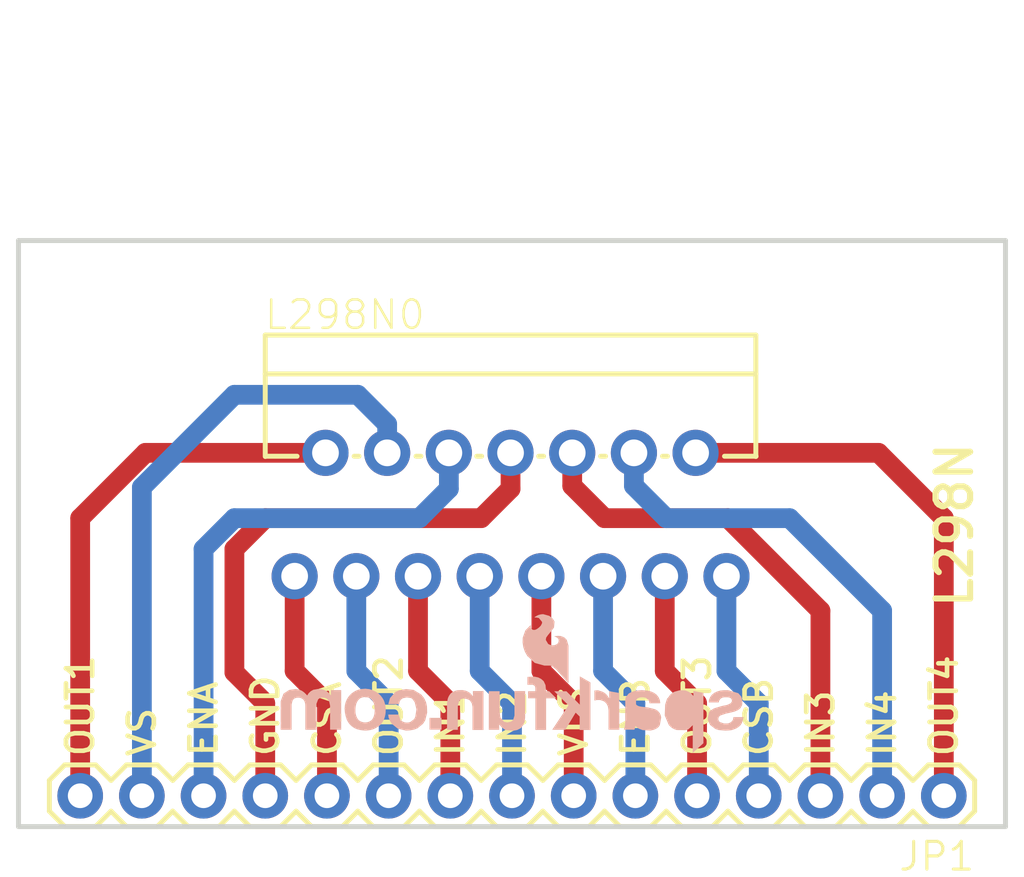
<source format=kicad_pcb>
(kicad_pcb (version 20211014) (generator pcbnew)
  (layers (0 "F.Cu" signal) (31 "B.Cu" signal) (34 "B.Paste" user) (35 "F.Paste" user) (36 "B.SilkS" user "B.Silkscreen") (37 "F.SilkS" user "F.Silkscreen") (38 "B.Mask" user) (39 "F.Mask" user) (44 "Edge.Cuts" user))
  (net 0 "")
  (net 1 "OUT1")
  (net 2 "VS")
  (net 3 "ENA")
  (net 4 "GND")
  (net 5 "IN3")
  (net 6 "IN4")
  (net 7 "OUT4")
  (net 8 "CSA")
  (net 9 "OUT2")
  (net 10 "IN1")
  (net 11 "IN2")
  (net 12 "VLS")
  (net 13 "ENB")
  (net 14 "OUT3")
  (net 15 "CSB")
  (footprint "boardEagle:MULTIWATT15_6400BGHEATSINK" (layer "F.Cu") (at 148.5011 104.3686)
    (fp_text reference "L298N0" (at -10.26 -7.69) (layer "F.SilkS") (effects (font (size 1.1684 1.1684) (thickness 0.1016)) (justify left bottom)))
    (fp_text value "L298HEATSINK")
    (fp_line (start -10.16 -5.94) (end -10.16 -7.54) (layer "F.SilkS") (width 0.2032))
    (fp_line (start -10.16 -7.54) (end 10.04 -7.54) (layer "F.SilkS") (width 0.2032))
    (fp_line (start 10.04 -7.54) (end 10.04 -5.94) (layer "F.SilkS") (width 0.2032))
    (fp_line (start -6.5 -2.55) (end -6.3 -2.55) (layer "F.SilkS") (width 0.2032))
    (fp_line (start -10.15 -2.55) (end -8.85 -2.55) (layer "F.SilkS") (width 0.2032))
    (fp_line (start -10.16 -5.94) (end 10.04 -5.94) (layer "F.SilkS") (width 0.2032))
    (fp_line (start 10.04 -5.94) (end 10.04 -2.54) (layer "F.SilkS") (width 0.2032))
    (fp_line (start 1.1 -2.55) (end 1.3 -2.55) (layer "F.SilkS") (width 0.2032))
    (fp_line (start -1.45 -2.55) (end -1.25 -2.55) (layer "F.SilkS") (width 0.2032))
    (fp_line (start 10.05 -2.55) (end 8.75 -2.55) (layer "F.SilkS") (width 0.2032))
    (fp_line (start -10.16 -2.54) (end -10.16 -5.94) (layer "F.SilkS") (width 0.2032))
    (fp_line (start 6.2 -2.55) (end 6.4 -2.55) (layer "F.SilkS") (width 0.2032))
    (fp_line (start -3.95 -2.55) (end -3.75 -2.55) (layer "F.SilkS") (width 0.2032))
    (fp_line (start 3.65 -2.55) (end 3.85 -2.55) (layer "F.SilkS") (width 0.2032))
    (pad "" np_thru_hole circle (at -12.7 -8.509) (size 2.9972 2.9972) (drill 2.9972) (layers *.Cu *.Mask))
    (pad "" np_thru_hole circle (at 12.7 -8.509) (size 2.9972 2.9972) (drill 2.9972) (layers *.Cu *.Mask))
    (pad "1" thru_hole circle (at -8.95 2.39) (size 1.9 1.9) (drill 1.1) (layers *.Cu *.Mask) (net 8 "CSA"))
    (pad "2" thru_hole circle (at -7.68 -2.69) (size 1.9 1.9) (drill 1.1) (layers *.Cu *.Mask) (net 1 "OUT1"))
    (pad "3" thru_hole circle (at -6.41 2.39) (size 1.9 1.9) (drill 1.1) (layers *.Cu *.Mask) (net 9 "OUT2"))
    (pad "4" thru_hole circle (at -5.14 -2.69) (size 1.9 1.9) (drill 1.1) (layers *.Cu *.Mask) (net 2 "VS"))
    (pad "5" thru_hole circle (at -3.87 2.39) (size 1.9 1.9) (drill 1.1) (layers *.Cu *.Mask) (net 10 "IN1"))
    (pad "6" thru_hole circle (at -2.6 -2.69) (size 1.9 1.9) (drill 1.1) (layers *.Cu *.Mask) (net 3 "ENA"))
    (pad "7" thru_hole circle (at -1.33 2.39) (size 1.9 1.9) (drill 1.1) (layers *.Cu *.Mask) (net 11 "IN2"))
    (pad "8" thru_hole circle (at -0.06 -2.69) (size 1.9 1.9) (drill 1.1) (layers *.Cu *.Mask) (net 4 "GND"))
    (pad "9" thru_hole circle (at 1.21 2.39) (size 1.9 1.9) (drill 1.1) (layers *.Cu *.Mask) (net 12 "VLS"))
    (pad "10" thru_hole circle (at 2.48 -2.69) (size 1.9 1.9) (drill 1.1) (layers *.Cu *.Mask) (net 5 "IN3"))
    (pad "11" thru_hole circle (at 3.75 2.39) (size 1.9 1.9) (drill 1.1) (layers *.Cu *.Mask) (net 13 "ENB"))
    (pad "12" thru_hole circle (at 5.02 -2.69) (size 1.9 1.9) (drill 1.1) (layers *.Cu *.Mask) (net 6 "IN4"))
    (pad "13" thru_hole circle (at 6.29 2.39) (size 1.9 1.9) (drill 1.1) (layers *.Cu *.Mask) (net 14 "OUT3"))
    (pad "14" thru_hole circle (at 7.56 -2.69) (size 1.9 1.9) (drill 1.1) (layers *.Cu *.Mask) (net 7 "OUT4"))
    (pad "15" thru_hole circle (at 8.83 2.39) (size 1.9 1.9) (drill 1.1) (layers *.Cu *.Mask) (net 15 "CSB"))
  )
  (footprint "boardEagle:1X15" (layer "F.Cu") (at 166.2811 115.7986 180)
    (fp_text reference "JP1" (at -1.3462 -1.8288 180) (layer "F.SilkS") (effects (font (size 1.143 1.143) (thickness 0.127)) (justify right top)))
    (fp_text value "M15")
    (fp_line (start 1.27 0.635) (end 0.635 1.27) (layer "F.SilkS") (width 0.2032))
    (fp_line (start 21.59 0.635) (end 20.955 1.27) (layer "F.SilkS") (width 0.2032))
    (fp_line (start 36.83 0.635) (end 36.195 1.27) (layer "F.SilkS") (width 0.2032))
    (fp_line (start 27.305 1.27) (end 26.67 0.635) (layer "F.SilkS") (width 0.2032))
    (fp_line (start 31.115 -1.27) (end 31.75 -0.635) (layer "F.SilkS") (width 0.2032))
    (fp_line (start 33.655 1.27) (end 32.385 1.27) (layer "F.SilkS") (width 0.2032))
    (fp_line (start 28.575 1.27) (end 27.305 1.27) (layer "F.SilkS") (width 0.2032))
    (fp_line (start 19.05 -0.635) (end 19.685 -1.27) (layer "F.SilkS") (width 0.2032))
    (fp_line (start 5.715 -1.27) (end 6.35 -0.635) (layer "F.SilkS") (width 0.2032))
    (fp_line (start 29.845 -1.27) (end 31.115 -1.27) (layer "F.SilkS") (width 0.2032))
    (fp_line (start 24.765 -1.27) (end 26.035 -1.27) (layer "F.SilkS") (width 0.2032))
    (fp_line (start 32.385 -1.27) (end 33.655 -1.27) (layer "F.SilkS") (width 0.2032))
    (fp_line (start 8.89 0.635) (end 8.255 1.27) (layer "F.SilkS") (width 0.2032))
    (fp_line (start 31.75 0.635) (end 31.115 1.27) (layer "F.SilkS") (width 0.2032))
    (fp_line (start 1.27 -0.635) (end 1.905 -1.27) (layer "F.SilkS") (width 0.2032))
    (fp_line (start 17.145 -1.27) (end 18.415 -1.27) (layer "F.SilkS") (width 0.2032))
    (fp_line (start 16.51 0.635) (end 15.875 1.27) (layer "F.SilkS") (width 0.2032))
    (fp_line (start 3.175 -1.27) (end 3.81 -0.635) (layer "F.SilkS") (width 0.2032))
    (fp_line (start 17.145 -1.27) (end 16.51 -0.635) (layer "F.SilkS") (width 0.2032))
    (fp_line (start 24.13 0.635) (end 24.765 1.27) (layer "F.SilkS") (width 0.2032))
    (fp_line (start 11.43 -0.635) (end 12.065 -1.27) (layer "F.SilkS") (width 0.2032))
    (fp_line (start 6.35 0.635) (end 5.715 1.27) (layer "F.SilkS") (width 0.2032))
    (fp_line (start 13.335 1.27) (end 12.065 1.27) (layer "F.SilkS") (width 0.2032))
    (fp_line (start 28.575 -1.27) (end 29.21 -0.635) (layer "F.SilkS") (width 0.2032))
    (fp_line (start 9.525 -1.27) (end 10.795 -1.27) (layer "F.SilkS") (width 0.2032))
    (fp_line (start 3.175 1.27) (end 1.905 1.27) (layer "F.SilkS") (width 0.2032))
    (fp_line (start 29.845 1.27) (end 29.21 0.635) (layer "F.SilkS") (width 0.2032))
    (fp_line (start 18.415 1.27) (end 17.145 1.27) (layer "F.SilkS") (width 0.2032))
    (fp_line (start 36.195 -1.27) (end 36.83 -0.635) (layer "F.SilkS") (width 0.2032))
    (fp_line (start 36.195 1.27) (end 34.925 1.27) (layer "F.SilkS") (width 0.2032))
    (fp_line (start 31.115 1.27) (end 29.845 1.27) (layer "F.SilkS") (width 0.2032))
    (fp_line (start 20.955 1.27) (end 19.685 1.27) (layer "F.SilkS") (width 0.2032))
    (fp_line (start 34.29 0.635) (end 34.925 1.27) (layer "F.SilkS") (width 0.2032))
    (fp_line (start 19.685 -1.27) (end 20.955 -1.27) (layer "F.SilkS") (width 0.2032))
    (fp_line (start 3.81 0.635) (end 3.175 1.27) (layer "F.SilkS") (width 0.2032))
    (fp_line (start 15.875 -1.27) (end 16.51 -0.635) (layer "F.SilkS") (width 0.2032))
    (fp_line (start 29.21 0.635) (end 28.575 1.27) (layer "F.SilkS") (width 0.2032))
    (fp_line (start 19.685 1.27) (end 19.05 0.635) (layer "F.SilkS") (width 0.2032))
    (fp_line (start 22.225 -1.27) (end 23.495 -1.27) (layer "F.SilkS") (width 0.2032))
    (fp_line (start 15.875 1.27) (end 14.605 1.27) (layer "F.SilkS") (width 0.2032))
    (fp_line (start 10.795 -1.27) (end 11.43 -0.635) (layer "F.SilkS") (width 0.2032))
    (fp_line (start 26.67 0.635) (end 26.035 1.27) (layer "F.SilkS") (width 0.2032))
    (fp_line (start 22.225 1.27) (end 21.59 0.635) (layer "F.SilkS") (width 0.2032))
    (fp_line (start 18.415 -1.27) (end 19.05 -0.635) (layer "F.SilkS") (width 0.2032))
    (fp_line (start 6.985 -1.27) (end 6.35 -0.635) (layer "F.SilkS") (width 0.2032))
    (fp_line (start 26.035 1.27) (end 24.765 1.27) (layer "F.SilkS") (width 0.2032))
    (fp_line (start 10.795 1.27) (end 9.525 1.27) (layer "F.SilkS") (width 0.2032))
    (fp_line (start -0.635 -1.27) (end -1.27 -0.635) (layer "F.SilkS") (width 0.2032))
    (fp_line (start 1.905 1.27) (end 1.27 0.635) (layer "F.SilkS") (width 0.2032))
    (fp_line (start 9.525 1.27) (end 8.89 0.635) (layer "F.SilkS") (width 0.2032))
    (fp_line (start 31.75 0.635) (end 32.385 1.27) (layer "F.SilkS") (width 0.2032))
    (fp_line (start 20.955 -1.27) (end 21.59 -0.635) (layer "F.SilkS") (width 0.2032))
    (fp_line (start 23.495 -1.27) (end 24.13 -0.635) (layer "F.SilkS") (width 0.2032))
    (fp_line (start 13.335 -1.27) (end 13.97 -0.635) (layer "F.SilkS") (width 0.2032))
    (fp_line (start -1.27 0.635) (end -0.635 1.27) (layer "F.SilkS") (width 0.2032))
    (fp_line (start -0.635 -1.27) (end 0.635 -1.27) (layer "F.SilkS") (width 0.2032))
    (fp_line (start 12.065 1.27) (end 11.43 0.635) (layer "F.SilkS") (width 0.2032))
    (fp_line (start 1.905 -1.27) (end 3.175 -1.27) (layer "F.SilkS") (width 0.2032))
    (fp_line (start 13.97 0.635) (end 13.335 1.27) (layer "F.SilkS") (width 0.2032))
    (fp_line (start 11.43 0.635) (end 10.795 1.27) (layer "F.SilkS") (width 0.2032))
    (fp_line (start 19.05 0.635) (end 18.415 1.27) (layer "F.SilkS") (width 0.2032))
    (fp_line (start -1.27 -0.635) (end -1.27 0.635) (layer "F.SilkS") (width 0.2032))
    (fp_line (start 36.83 -0.635) (end 36.83 0.635) (layer "F.SilkS") (width 0.2032))
    (fp_line (start 32.385 -1.27) (end 31.75 -0.635) (layer "F.SilkS") (width 0.2032))
    (fp_line (start 29.21 -0.635) (end 29.845 -1.27) (layer "F.SilkS") (width 0.2032))
    (fp_line (start 4.445 1.27) (end 3.81 0.635) (layer "F.SilkS") (width 0.2032))
    (fp_line (start 6.35 0.635) (end 6.985 1.27) (layer "F.SilkS") (width 0.2032))
    (fp_line (start 5.715 1.27) (end 4.445 1.27) (layer "F.SilkS") (width 0.2032))
    (fp_line (start 34.925 -1.27) (end 36.195 -1.27) (layer "F.SilkS") (width 0.2032))
    (fp_line (start 24.765 -1.27) (end 24.13 -0.635) (layer "F.SilkS") (width 0.2032))
    (fp_line (start 13.97 0.635) (end 14.605 1.27) (layer "F.SilkS") (width 0.2032))
    (fp_line (start 33.655 -1.27) (end 34.29 -0.635) (layer "F.SilkS") (width 0.2032))
    (fp_line (start 0.635 -1.27) (end 1.27 -0.635) (layer "F.SilkS") (width 0.2032))
    (fp_line (start 6.985 -1.27) (end 8.255 -1.27) (layer "F.SilkS") (width 0.2032))
    (fp_line (start 27.305 -1.27) (end 28.575 -1.27) (layer "F.SilkS") (width 0.2032))
    (fp_line (start 24.13 0.635) (end 23.495 1.27) (layer "F.SilkS") (width 0.2032))
    (fp_line (start 16.51 0.635) (end 17.145 1.27) (layer "F.SilkS") (width 0.2032))
    (fp_line (start 26.035 -1.27) (end 26.67 -0.635) (layer "F.SilkS") (width 0.2032))
    (fp_line (start 0.635 1.27) (end -0.635 1.27) (layer "F.SilkS") (width 0.2032))
    (fp_line (start 14.605 -1.27) (end 13.97 -0.635) (layer "F.SilkS") (width 0.2032))
    (fp_line (start 14.605 -1.27) (end 15.875 -1.27) (layer "F.SilkS") (width 0.2032))
    (fp_line (start 34.925 -1.27) (end 34.29 -0.635) (layer "F.SilkS") (width 0.2032))
    (fp_line (start 8.255 -1.27) (end 8.89 -0.635) (layer "F.SilkS") (width 0.2032))
    (fp_line (start 8.255 1.27) (end 6.985 1.27) (layer "F.SilkS") (width 0.2032))
    (fp_line (start 26.67 -0.635) (end 27.305 -1.27) (layer "F.SilkS") (width 0.2032))
    (fp_line (start 3.81 -0.635) (end 4.445 -1.27) (layer "F.SilkS") (width 0.2032))
    (fp_line (start 34.29 0.635) (end 33.655 1.27) (layer "F.SilkS") (width 0.2032))
    (fp_line (start 23.495 1.27) (end 22.225 1.27) (layer "F.SilkS") (width 0.2032))
    (fp_line (start 8.89 -0.635) (end 9.525 -1.27) (layer "F.SilkS") (width 0.2032))
    (fp_line (start 12.065 -1.27) (end 13.335 -1.27) (layer "F.SilkS") (width 0.2032))
    (fp_line (start 21.59 -0.635) (end 22.225 -1.27) (layer "F.SilkS") (width 0.2032))
    (fp_line (start 4.445 -1.27) (end 5.715 -1.27) (layer "F.SilkS") (width 0.2032))
    (pad "1" thru_hole circle (at 0 0 270) (size 1.8796 1.8796) (drill 1.016) (layers *.Cu *.Mask) (net 7 "OUT4"))
    (pad "2" thru_hole circle (at 2.54 0 270) (size 1.8796 1.8796) (drill 1.016) (layers *.Cu *.Mask) (net 6 "IN4"))
    (pad "3" thru_hole circle (at 5.08 0 270) (size 1.8796 1.8796) (drill 1.016) (layers *.Cu *.Mask) (net 5 "IN3"))
    (pad "4" thru_hole circle (at 7.62 0 270) (size 1.8796 1.8796) (drill 1.016) (layers *.Cu *.Mask) (net 15 "CSB"))
    (pad "5" thru_hole circle (at 10.16 0 270) (size 1.8796 1.8796) (drill 1.016) (layers *.Cu *.Mask) (net 14 "OUT3"))
    (pad "6" thru_hole circle (at 12.7 0 270) (size 1.8796 1.8796) (drill 1.016) (layers *.Cu *.Mask) (net 13 "ENB"))
    (pad "7" thru_hole circle (at 15.24 0 270) (size 1.8796 1.8796) (drill 1.016) (layers *.Cu *.Mask) (net 12 "VLS"))
    (pad "8" thru_hole circle (at 17.78 0 270) (size 1.8796 1.8796) (drill 1.016) (layers *.Cu *.Mask) (net 11 "IN2"))
    (pad "9" thru_hole circle (at 20.32 0 270) (size 1.8796 1.8796) (drill 1.016) (layers *.Cu *.Mask) (net 10 "IN1"))
    (pad "10" thru_hole circle (at 22.86 0 270) (size 1.8796 1.8796) (drill 1.016) (layers *.Cu *.Mask) (net 9 "OUT2"))
    (pad "11" thru_hole circle (at 25.4 0 270) (size 1.8796 1.8796) (drill 1.016) (layers *.Cu *.Mask) (net 8 "CSA"))
    (pad "12" thru_hole circle (at 27.94 0 270) (size 1.8796 1.8796) (drill 1.016) (layers *.Cu *.Mask) (net 4 "GND"))
    (pad "13" thru_hole circle (at 30.48 0 270) (size 1.8796 1.8796) (drill 1.016) (layers *.Cu *.Mask) (net 3 "ENA"))
    (pad "14" thru_hole circle (at 33.02 0 270) (size 1.8796 1.8796) (drill 1.016) (layers *.Cu *.Mask) (net 2 "VS"))
    (pad "15" thru_hole circle (at 35.56 0 270) (size 1.8796 1.8796) (drill 1.016) (layers *.Cu *.Mask) (net 1 "OUT1"))
  )
  (footprint "boardEagle:STAND-OFF" (layer "F.Cu") (at 130.7211 98.0186)
    (fp_text reference "JP2" hide)
    (fp_text value "STAND-OFF" hide)
    (pad "" np_thru_hole circle (at 0 0) (size 3.302 3.302) (drill 3.302) (layers *.Cu *.Mask))
  )
  (footprint "boardEagle:STAND-OFF" (layer "F.Cu") (at 166.2811 98.0186)
    (fp_text reference "JP3" hide)
    (fp_text value "STAND-OFF" hide)
    (pad "" np_thru_hole circle (at 0 0) (size 3.302 3.302) (drill 3.302) (layers *.Cu *.Mask))
  )
  (footprint "boardEagle:SFE-NEW-WEBLOGO" (layer "B.Cu") (at 158.0261 114.0206 180)
    (fp_text reference "JP4" hide)
    (fp_text value "LOGO-SFENEW" hide)
    (fp_line (start 15.5702 2.2962) (end 15.5702 2.6137) (layer "B.SilkS") (width 0.0254))
    (fp_line (start 12.1818 0.955) (end 11.7729 0.955) (layer "B.SilkS") (width 0.0254))
    (fp_line (start 11.1201 2.5171) (end 11.1201 2.2962) (layer "B.SilkS") (width 0.0254))
    (fp_line (start 11.1201 2.2962) (end 11.1277 2.2962) (layer "B.SilkS") (width 0.0254))
    (fp_line (start 11.7729 0.955) (end 11.7729 1.9202) (layer "B.SilkS") (width 0.0254))
    (fp_line (start 10.7163 2.5171) (end 11.1201 2.5171) (layer "B.SilkS") (width 0.0254))
    (fp_line (start 15.5702 2.6137) (end 15.5854 2.6137) (layer "B.SilkS") (width 0.0254))
    (fp_line (start 15.5499 2.2911) (end 15.527 2.2911) (layer "B.SilkS") (width 0.0254))
    (fp_line (start 11.1379 0.9449) (end 10.7163 0.9449) (layer "B.SilkS") (width 0.0254))
    (fp_line (start 11.1379 1.8136) (end 11.1379 0.9449) (layer "B.SilkS") (width 0.0254))
    (fp_line (start 10.7163 0.9449) (end 10.7163 2.5171) (layer "B.SilkS") (width 0.0254))
    (fp_line (start 15.5499 2.6137) (end 15.5499 2.2911) (layer "B.SilkS") (width 0.0254))
    (fp_line (start 12.1818 2.0091) (end 12.1818 0.955) (layer "B.SilkS") (width 0.0254))
    (fp_arc (start 11.4198 2.2327) (mid 11.334441 2.214452) (end 11.259799 2.1692) (layer "B.SilkS") (width 0.0254))
    (fp_arc (start 15.7277 2.2708) (mid 15.650001 2.290018) (end 15.5702 2.2962) (layer "B.SilkS") (width 0.0254))
    (fp_arc (start 11.2725 2.446) (mid 11.226399 2.404414) (end 11.1862 2.3571) (layer "B.SilkS") (width 0.0254))
    (fp_arc (start 12.1488 2.232699) (mid 12.104013 2.336521) (end 12.0345 2.4257) (layer "B.SilkS") (width 0.0254))
    (fp_arc (start 12.1818 2.0091) (mid 12.172765 2.122002) (end 12.1488 2.2327) (layer "B.SilkS") (width 0.0254))
    (fp_arc (start 15.1689 1.8847) (mid 15.165026 1.761448) (end 15.1714 1.6383) (layer "B.SilkS") (width 0.0254))
    (fp_arc (start 14.9911 1.1201) (mid 15.249615 0.972855) (end 15.5423 0.9195) (layer "B.SilkS") (width 0.0254))
    (fp_arc (start 12.0345 2.425699) (mid 11.911985 2.51116) (end 11.7678 2.5502) (layer "B.SilkS") (width 0.0254))
    (fp_arc (start 15.428 1.2522) (mid 15.597525 1.230563) (end 15.7632 1.2725) (layer "B.SilkS") (width 0.0254))
    (fp_arc (start 11.1684 2.0396) (mid 11.146105 1.962214) (end 11.1379 1.8821) (layer "B.SilkS") (width 0.0254))
    (fp_arc (start 15.5423 0.9195) (mid 15.724919 0.932492) (end 15.9029 0.9754) (layer "B.SilkS") (width 0.0254))
    (fp_arc (start 14.7549 1.9507) (mid 14.737287 1.759061) (end 14.7523 1.5672) (layer "B.SilkS") (width 0.0254))
    (fp_arc (start 15.9868 1.7196) (mid 15.980368 1.846143) (end 15.9588 1.971) (layer "B.SilkS") (width 0.0254))
    (fp_arc (start 11.4198 2.2327) (mid 11.475702 2.235165) (end 11.5316 2.2377) (layer "B.SilkS") (width 0.0254))
    (fp_arc (start 11.5672 2.5552) (mid 11.411238 2.523841) (end 11.2725 2.446) (layer "B.SilkS") (width 0.0254))
    (fp_arc (start 15.5499 2.6137) (mid 15.331296 2.577713) (end 15.1282 2.4892) (layer "B.SilkS") (width 0.0254))
    (fp_arc (start 15.1714 1.6383) (mid 15.194331 1.520588) (end 15.24 1.4097) (layer "B.SilkS") (width 0.0254))
    (fp_arc (start 15.2781 2.1692) (mid 15.20247 2.035022) (end 15.168899 1.8847) (layer "B.SilkS") (width 0.0254))
    (fp_arc (start 14.8615 1.27) (mid 14.919858 1.189481) (end 14.9911 1.1201) (layer "B.SilkS") (width 0.0254))
    (fp_arc (start 11.5976 2.2276) (mid 11.565101 2.235925) (end 11.5316 2.2377) (layer "B.SilkS") (width 0.0254))
    (fp_arc (start 15.9029 0.9754) (mid 16.153433 1.12491) (end 16.317 1.3665) (layer "B.SilkS") (width 0.0254))
    (fp_arc (start 11.7145 2.1311) (mid 11.664346 2.1894) (end 11.5976 2.2276) (layer "B.SilkS") (width 0.0254))
    (fp_arc (start 11.7678 2.5502) (mid 11.667584 2.556058) (end 11.5672 2.5552) (layer "B.SilkS") (width 0.0254))
    (fp_arc (start 11.1862 2.3571) (mid 11.172158 2.338081) (end 11.1582 2.319) (layer "B.SilkS") (width 0.0254))
    (fp_arc (start 15.908 1.4097) (mid 15.966057 1.559906) (end 15.9868 1.7196) (layer "B.SilkS") (width 0.0254))
    (fp_arc (start 15.809 2.5857) (mid 15.698073 2.606673) (end 15.5854 2.6137) (layer "B.SilkS") (width 0.0254))
    (fp_arc (start 15.128201 2.4892) (mid 14.882786 2.260687) (end 14.7549 1.9507) (layer "B.SilkS") (width 0.0254))
    (fp_arc (start 15.527 2.2911) (mid 15.388433 2.258974) (end 15.278099 2.1692) (layer "B.SilkS") (width 0.0254))
    (fp_arc (start 16.4033 1.808499) (mid 16.333054 2.143404) (end 16.129 2.4181) (layer "B.SilkS") (width 0.0254))
    (fp_arc (start 15.8318 2.2047) (mid 15.783745 2.244042) (end 15.7277 2.2708) (layer "B.SilkS") (width 0.0254))
    (fp_arc (start 16.129 2.4181) (mid 15.978822 2.520652) (end 15.809 2.5857) (layer "B.SilkS") (width 0.0254))
    (fp_arc (start 11.2598 2.1692) (mid 11.206137 2.110016) (end 11.1684 2.0396) (layer "B.SilkS") (width 0.0254))
    (fp_arc (start 11.1455 2.3038) (mid 11.152103 2.311188) (end 11.1582 2.319) (layer "B.SilkS") (width 0.0254))
    (fp_arc (start 15.9588 1.971) (mid 15.910982 2.096372) (end 15.8318 2.2047) (layer "B.SilkS") (width 0.0254))
    (fp_arc (start 15.24 1.4097) (mid 15.31871 1.3127) (end 15.428 1.2522) (layer "B.SilkS") (width 0.0254))
    (fp_arc (start 15.7632 1.2725) (mid 15.846801 1.329279) (end 15.908 1.4097) (layer "B.SilkS") (width 0.0254))
    (fp_arc (start 11.1277 2.2962) (mid 11.137379 2.298176) (end 11.1455 2.3038) (layer "B.SilkS") (width 0.0254))
    (fp_arc (start 11.1379 1.8821) (mid 11.137681 1.84785) (end 11.1379 1.8136) (layer "B.SilkS") (width 0.0254))
    (fp_arc (start 16.317 1.3665) (mid 16.380488 1.583529) (end 16.4033 1.8085) (layer "B.SilkS") (width 0.0254))
    (fp_arc (start 14.7523 1.5672) (mid 14.792796 1.413418) (end 14.8615 1.27) (layer "B.SilkS") (width 0.0254))
    (fp_arc (start 11.7729 1.9202) (mid 11.758038 2.02962) (end 11.7145 2.1311) (layer "B.SilkS") (width 0.0254))
    (fp_poly (pts (xy 15.5499 2.609649) (xy 15.5499 2.29782) (xy 15.429469 2.281338) (xy 15.314616 2.217851) (xy 15.23586 2.109416) (xy 15.196312 2.020604) (xy 15.168868 1.873153) (xy 15.163824 1.687316) (xy 15.181322 1.562471) (xy 15.218744 1.447652) (xy 15.272523 1.345) (xy 15.437302 1.244156) (xy 15.6121 1.221967) (xy 15.787119 1.281181) (xy 15.894998 1.379217) (xy 15.949332 1.500229) (xy 15.9868 1.655017) (xy 15.9868 1.797481) (xy 15.961756 1.990339) (xy 15.88736 2.151531) (xy 15.803924 2.232457) (xy 15.708711 2.283762) (xy 15.58997 2.2936) (xy 15.567485 2.2936) (xy 15.57294 2.617878) (xy 15.788992 2.590535) (xy 15.954486 2.53364) (xy 16.155367 2.394616) (xy 16.266844 2.264968) (xy 16.37246 2.027864) (xy 16.400898 1.805948) (xy 16.375193 1.592623) (xy 16.305839 1.343513) (xy 16.222719 1.211114) (xy 16.101494 1.095067) (xy 15.987532 1.014773) (xy 15.799031 0.950211) (xy 15.544583 0.924513) (xy 15.240687 0.965682) (xy 14.951456 1.146439) (xy 14.788469 1.399985) (xy 14.726674 1.793647) (xy 14.809154 2.154405) (xy 15.026083 2.4307) (xy 15.368412 2.600648) (xy 15.51864 2.6187) (xy 15.52691 2.6187)) (layer "B.SilkS") (width 0) (fill solid))
    (fp_poly (pts (xy 2.834651 2.506079) (xy 2.92707 2.450683) (xy 3.011605 2.383731) (xy 3.1267 2.221709) (xy 3.1267 2.263503) (xy 3.219434 1.972794) (xy 3.236098 1.526727) (xy 3.068933 1.135798) (xy 2.975978 1.041462) (xy 2.864973 0.970996) (xy 2.740356 0.92713) (xy 2.372489 0.922) (xy 2.370226 0.922) (xy 2.254471 0.962806) (xy 2.0828 1.127587) (xy 2.0828 -0.010757) (xy 1.6434 0.385552) (xy 1.6434 2.45912) (xy 2.057593 2.537568) (xy 2.055012 2.330538) (xy 2.068304 2.345345) (xy 2.15812 2.442839) (xy 2.234107 2.497896) (xy 2.368681 2.552194) (xy 2.419192 2.562883) (xy 2.620347 2.565422)) (layer "B.SilkS") (width 0) (fill solid))
    (fp_poly (pts (xy 9.4234 1.520809) (xy 9.472888 1.359974) (xy 9.516069 1.308185) (xy 9.573108 1.271734) (xy 9.714103 1.241374) (xy 9.853529 1.268908) (xy 10.003067 1.442966) (xy 10.033 1.684784) (xy 10.033 2.5273) (xy 10.48 2.5273) (xy 10.48 0.9398) (xy 10.0533 0.9398) (xy 10.0533 1.159713) (xy 9.961626 1.051965) (xy 9.823848 0.946774) (xy 9.797269 0.933513) (xy 9.76873 0.924761) (xy 9.46843 0.899096) (xy 9.311419 0.929258) (xy 9.173895 1.0008) (xy 9.172522 1.0008) (xy 9.155194 1.014756) (xy 9.141833 1.028106) (xy 9.055991 1.150842) (xy 9.0022 1.291099) (xy 8.984 1.439423) (xy 8.984 2.5324) (xy 9.4234 2.5324)) (layer "B.SilkS") (width 0) (fill solid))
    (fp_poly (pts (xy 17.714962 2.583496) (xy 17.714669 2.58013) (xy 17.812284 2.526288) (xy 17.900302 2.442716) (xy 17.956995 2.351455) (xy 17.961394 2.355854) (xy 18.007182 2.404147) (xy 18.086856 2.480888) (xy 18.177617 2.546023) (xy 18.30384 2.60027) (xy 18.440544 2.616304) (xy 18.698981 2.580082) (xy 18.93345 2.426436) (xy 19.05 2.112985) (xy 19.05 0.9398) (xy 18.6004 0.9398) (xy 18.6004 1.979658) (xy 18.558302 2.150487) (xy 18.49797 2.220003) (xy 18.412014 2.255689) (xy 18.322362 2.262413) (xy 18.233537 2.253336) (xy 18.121633 2.190061) (xy 18.068614 2.109201) (xy 18.041426 2.014408) (xy 18.036069 1.960144) (xy 18.034 1.904767) (xy 18.034 0.9398) (xy 17.5768 0.9398) (xy 17.5768 2.006808) (xy 17.507834 2.191589) (xy 17.433119 2.246143) (xy 17.339789 2.26304) (xy 17.298061 2.260863) (xy 17.256145 2.258198) (xy 17.19103 2.2421) (xy 17.135402 2.205103) (xy 17.092564 2.160343) (xy 17.055171 2.112821) (xy 17.0155 1.934108) (xy 17.0155 0.9423) (xy 16.5583 0.9423) (xy 16.5583 2.573) (xy 16.9824 2.573) (xy 16.9824 2.355139) (xy 16.985319 2.355789) (xy 17.015959 2.3959) (xy 17.093229 2.475705) (xy 17.171263 2.538367) (xy 17.262579 2.579887) (xy 17.318155 2.59498) (xy 17.374103 2.605849) (xy 17.443329 2.614463) (xy 17.514022 2.618767)) (layer "B.SilkS") (width 0) (fill solid))
    (fp_poly (pts (xy 12.4257 0.9449) (xy 12.921 0.9449) (xy 12.921 1.43) (xy 12.4257 1.43)) (layer "B.SilkS") (width 0) (fill solid))
    (fp_poly (pts (xy 6.1316 2.557116) (xy 6.1316 2.1463) (xy 6.115783 2.1463) (xy 6.10653 2.147054) (xy 6.097893 2.149211) (xy 6.068387 2.157247) (xy 6.038922 2.161538) (xy 5.96265 2.16474) (xy 5.887609 2.16159) (xy 5.731931 2.107297) (xy 5.637642 2.018651) (xy 5.577302 1.903423) (xy 5.5499 1.736362) (xy 5.5499 0.9423) (xy 5.107878 0.9423) (xy 5.110519 2.454146) (xy 5.522 2.527255) (xy 5.522 2.234211) (xy 5.526569 2.235704) (xy 5.544428 2.262537) (xy 5.578841 2.314524) (xy 5.613758 2.367854) (xy 5.686736 2.438162) (xy 5.778008 2.498223) (xy 5.979984 2.565515)) (layer "B.SilkS") (width 0) (fill solid))
    (fp_poly (pts (xy 11.770768 2.56283) (xy 12.043428 2.435548) (xy 12.160999 2.237024) (xy 12.1945 2.010032) (xy 12.1945 0.9423) (xy 11.7602 0.9423) (xy 11.7602 1.918474) (xy 11.70302 2.124971) (xy 11.656141 2.179464) (xy 11.593345 2.215403) (xy 11.53092 2.224956) (xy 11.476269 2.222478) (xy 11.422495 2.220106) (xy 11.268 2.158791) (xy 11.18035 2.034508) (xy 11.1506 1.880883) (xy 11.1506 0.9322) (xy 10.7036 0.9322) (xy 10.7036 2.5298) (xy 11.1328 2.5298) (xy 11.1328 2.310454) (xy 11.136857 2.313263) (xy 11.148195 2.326834) (xy 11.161924 2.345602) (xy 11.176241 2.364992) (xy 11.217267 2.413279) (xy 11.265048 2.456381) (xy 11.406772 2.535896) (xy 11.566093 2.567932)) (layer "B.SilkS") (width 0) (fill solid))
    (fp_poly (pts (xy 6.7335 1.97376) (xy 7.284539 2.5248) (xy 7.78835 2.5248) (xy 7.197009 1.946483) (xy 7.869909 0.937183) (xy 7.330929 0.939835) (xy 6.903958 1.643716) (xy 6.7386 1.483032) (xy 6.7386 0.9296) (xy 6.306639 0.9296) (xy 6.2941 0.942139) (xy 6.2941 2.887776) (xy 6.7335 3.138467)) (layer "B.SilkS") (width 0) (fill solid))
    (fp_poly (pts (xy 4.444983 2.544915) (xy 4.588724 2.501712) (xy 4.72259 2.430523) (xy 4.844814 2.271666) (xy 4.859671 2.1819) (xy 4.8616 2.1819) (xy 4.8616 1.6891) (xy 4.864173 1.6891) (xy 4.861603 1.242544) (xy 4.871819 1.108765) (xy 4.906709 0.979276) (xy 4.920484 0.9423) (xy 4.495275 0.9423) (xy 4.477494 0.951279) (xy 4.472002 0.970735) (xy 4.468249 0.985133) (xy 4.446292 1.084946) (xy 4.440321 1.089528) (xy 4.438946 1.088886) (xy 4.309064 0.98859) (xy 4.153188 0.927249) (xy 3.824183 0.906712) (xy 3.683825 0.938256) (xy 3.554173 1.000134) (xy 3.486826 1.05665) (xy 3.437273 1.130532) (xy 3.3807 1.444163) (xy 3.3807 1.446675) (xy 3.401941 1.543624) (xy 3.446308 1.632822) (xy 3.527788 1.722902) (xy 3.632416 1.784766) (xy 3.937258 1.861632) (xy 4.048648 1.873601) (xy 4.159032 1.884616) (xy 4.224808 1.893434) (xy 4.289167 1.907055) (xy 4.336271 1.923637) (xy 4.379043 1.948303) (xy 4.407461 1.974391) (xy 4.413402 1.982997) (xy 4.4171 1.991455) (xy 4.4171 2.14983) (xy 4.358226 2.232254) (xy 4.254396 2.270917) (xy 4.188033 2.274326) (xy 4.120968 2.275774) (xy 4.006679 2.25395) (xy 3.883049 2.131716) (xy 3.8659 2.045941) (xy 3.8659 2.0295) (xy 3.429 2.0295) (xy 3.429 2.040006) (xy 3.418965 2.041638) (xy 3.439259 2.166448) (xy 3.491292 2.283494) (xy 3.571378 2.383462) (xy 3.674008 2.459597) (xy 3.791998 2.513469) (xy 3.916944 2.547448) (xy 4.18103 2.571338)) (layer "B.SilkS") (width 0) (fill solid))
    (fp_poly (pts (xy 1.201557 2.290098) (xy 1.414074 2.156268) (xy 1.42383 2.065) (xy 1.01008 2.065) (xy 1.00135 2.126336) (xy 0.936084 2.220524) (xy 0.871818 2.257603) (xy 0.798545 2.2758) (xy 0.628591 2.2758) (xy 0.583991 2.267366) (xy 0.541641 2.251683) (xy 0.51157 2.232098) (xy 0.488615 2.205726) (xy 0.469153 2.152745) (xy 0.474605 2.097619) (xy 0.521549 2.031824) (xy 0.664468 1.962838) (xy 0.866638 1.922444) (xy 1.206678 1.822687) (xy 1.354318 1.729494) (xy 1.389578 1.692366) (xy 1.416579 1.648151) (xy 1.460229 1.440208) (xy 1.447804 1.4376) (xy 1.460484 1.436955) (xy 1.457817 1.384541) (xy 1.452657 1.33034) (xy 1.371775 1.140043) (xy 1.14885 0.969822) (xy 1.013381 0.927267) (xy 0.74708 0.904177) (xy 0.617383 0.909691) (xy 0.487493 0.922202) (xy 0.306845 0.984179) (xy 0.185213 1.061804) (xy 0.109225 1.132023) (xy 0.056988 1.2215) (xy 0.013059 1.350644) (xy 0.002577 1.410659) (xy -0.00152 1.469003) (xy 0.738195 1.10308) (xy 1.120535 1.189415) (xy 1.224069 1.497645) (xy 0.809011 1.723764) (xy 0.364394 1.98847) (xy 0.308075 2.310537) (xy 0.741882 2.423672)) (layer "B.SilkS") (width 0) (fill solid))
    (fp_poly (pts (xy 14.181776 2.563159) (xy 14.181555 2.560669) (xy 14.327447 2.496725) (xy 14.547848 2.246517) (xy 14.619242 1.9914) (xy 14.1707 1.9914) (xy 14.1707 2.005388) (xy 14.15242 2.10038) (xy 14.100807 2.180729) (xy 14.023181 2.236025) (xy 13.860405 2.2706) (xy 13.694207 2.245798) (xy 13.653262 2.227396) (xy 13.618712 2.198612) (xy 13.531409 2.074936) (xy 13.459735 1.779947) (xy 13.507258 1.471936) (xy 13.55233 1.379537) (xy 13.718934 1.256376) (xy 13.795519 1.238584) (xy 13.875272 1.234455) (xy 13.963395 1.249226) (xy 14.044683 1.286045) (xy 14.088707 1.320383) (xy 14.123821 1.362695) (xy 14.191983 1.5646) (xy 14.6202 1.5646) (xy 14.6202 1.546046) (xy 14.607183 1.4497) (xy 14.551954 1.307962) (xy 14.468685 1.180108) (xy 14.234909 0.989147) (xy 13.88734 0.904104) (xy 13.726062 0.914148) (xy 13.567886 0.942693) (xy 13.423659 0.994928) (xy 13.188191 1.185237) (xy 13.098694 1.32648) (xy 13.017451 1.644495) (xy 13.0251 1.894992) (xy 13.0251 1.896181) (xy 13.064859 2.076939) (xy 13.14486 2.243932) (xy 13.26133 2.388842) (xy 13.574558 2.580191) (xy 13.883988 2.616332)) (layer "B.SilkS") (width 0) (fill solid))
    (fp_poly (pts (xy 8.337002 5.691103) (xy 8.426449 5.668729) (xy 8.439477 5.663683) (xy 8.451149 5.657775) (xy 8.46786 5.649476) (xy 8.486552 5.642734) (xy 8.582694 5.5855) (xy 8.5903 5.5855) (xy 8.5903 5.5601) (xy 8.517833 5.5601) (xy 8.419418 5.540814) (xy 8.285855 5.378186) (xy 8.290365 5.319725) (xy 8.33909 5.224769) (xy 8.415666 5.148096) (xy 8.505069 5.083538) (xy 8.580348 5.051724) (xy 8.661737 5.054532) (xy 8.669864 5.057086) (xy 8.677257 5.060289) (xy 8.741514 5.119856) (xy 8.7478 5.142712) (xy 8.7478 5.260838) (xy 8.974707 5.031027) (xy 9.079186 4.739741) (xy 9.082603 4.739794) (xy 9.08906 4.533335) (xy 9.059857 4.34032) (xy 8.996308 4.155742) (xy 8.8773 3.944478) (xy 8.8773 3.963481) (xy 8.589131 3.69191) (xy 8.193239 3.5814) (xy 7.964005 3.5814) (xy 7.927201 3.574946) (xy 7.892776 3.562492) (xy 7.707322 3.424684) (xy 7.1984 2.85199) (xy 7.1984 4.40367) (xy 7.271004 4.644867) (xy 7.379295 4.748389) (xy 7.518122 4.800422) (xy 7.6149 4.807989) (xy 7.710384 4.800523) (xy 7.77091 4.790999) (xy 7.768788 4.767333) (xy 7.733216 4.768142) (xy 7.712784 4.759041) (xy 7.631519 4.700054) (xy 7.611722 4.67357) (xy 7.601395 4.6114) (xy 7.611905 4.548129) (xy 7.632405 4.508074) (xy 7.663343 4.475585) (xy 7.757535 4.42645) (xy 7.863229 4.414642) (xy 7.953768 4.432984) (xy 8.03522 4.472556) (xy 8.13303 4.637559) (xy 8.118706 4.731744) (xy 8.061914 4.813301) (xy 7.795707 5.146137) (xy 7.772667 5.393755) (xy 7.838495 5.504456) (xy 7.840042 5.506003) (xy 7.989901 5.63002) (xy 8.243676 5.699964)) (layer "B.SilkS") (width 0) (fill solid))
    (fp_poly (pts (xy 8.809435 3.119895) (xy 8.875117 3.1166) (xy 8.89 3.1166) (xy 8.89 2.7889) (xy 8.869112 2.7889) (xy 8.841108 2.7915) (xy 8.660351 2.7915) (xy 8.587936 2.740064) (xy 8.571192 2.699602) (xy 8.5649 2.653436) (xy 8.5649 2.5273) (xy 8.8621 2.5273) (xy 8.8621 2.2352) (xy 8.5623 2.2352) (xy 8.5623 0.9322) (xy 8.1204 0.9322) (xy 8.1204 2.232779) (xy 7.70383 2.235391) (xy 7.995739 2.5273) (xy 8.1255 2.5273) (xy 8.1255 2.560826) (xy 8.143432 2.77702) (xy 8.219199 2.938937) (xy 8.324367 3.032939) (xy 8.449534 3.095959) (xy 8.586403 3.1242) (xy 8.743112 3.1242)) (layer "B.SilkS") (width 0) (fill solid))
    (fp_poly (pts (xy 0.803285 2.567895) (xy 0.944243 2.553799) (xy 1.081508 2.516334) (xy 1.193542 2.461399) (xy 1.291841 2.383865) (xy 1.357039 2.297824) (xy 1.377068 2.257603) (xy 1.393653 2.216867) (xy 1.417283 2.151914) (xy 1.353784 2.105111) (xy 1.152335 2.254241) (xy 0.736496 2.387002) (xy 0.372563 2.277101) (xy 0.417885 2.019712) (xy 1.241556 1.540676) (xy 1.263422 1.497067) (xy 1.147655 1.152457) (xy 0.724605 1.058492) (xy -0.038666 1.4605) (xy 0.4115 1.4605) (xy 0.4115 1.443466) (xy 0.420402 1.369907) (xy 0.454647 1.305856) (xy 0.524204 1.243359) (xy 0.610838 1.206018) (xy 0.637726 1.200933) (xy 0.665996 1.198897) (xy 0.7328 1.198389) (xy 0.79791 1.198884) (xy 0.968129 1.258019) (xy 1.007666 1.302193) (xy 1.028603 1.358428) (xy 1.025789 1.425439) (xy 0.995864 1.485288) (xy 0.943734 1.527918) (xy 0.715431 1.605731) (xy 0.533161 1.644154) (xy 0.351479 1.692254) (xy 0.230117 1.743632) (xy 0.122357 1.822697) (xy 0.0457 1.960096) (xy 0.0457 1.963141) (xy 0.038572 2.135467) (xy 0.0838 2.300409) (xy 0.0838 2.303445) (xy 0.206233 2.444416) (xy 0.620397 2.567885) (xy 0.71245 2.568634)) (layer "B.SilkS") (width 0) (fill solid))
  )
  (gr_line (start 168.8211 117.0686) (end 128.1811 117.0686) (layer "Edge.Cuts") (width 0.2032))
  (gr_line (start 128.1811 92.9386) (end 168.8211 92.9386) (layer "Edge.Cuts") (width 0.2032))
  (gr_line (start 128.1811 117.0686) (end 128.1811 92.9386) (layer "Edge.Cuts") (width 0.2032))
  (gr_line (start 168.8211 92.9386) (end 168.8211 117.0686) (layer "Edge.Cuts") (width 0.2032))
  (gr_text "ENA" (at 136.4361 114.2746 90) (layer "F.SilkS") (effects (font (size 1.0795 1.0795) (thickness 0.1905)) (justify left bottom)))
  (gr_text "CSB" (at 159.2961 114.2746 90) (layer "F.SilkS") (effects (font (size 1.0795 1.0795) (thickness 0.1905)) (justify left bottom)))
  (gr_text "IN3" (at 161.8361 114.2746 90) (layer "F.SilkS") (effects (font (size 1.0795 1.0795) (thickness 0.1905)) (justify left bottom)))
  (gr_text "OUT4" (at 166.9161 114.2746 90) (layer "F.SilkS") (effects (font (size 1.0795 1.0795) (thickness 0.1905)) (justify left bottom)))
  (gr_text "OUT1" (at 131.3561 114.2746 90) (layer "F.SilkS") (effects (font (size 1.0795 1.0795) (thickness 0.1905)) (justify left bottom)))
  (gr_text "VLS" (at 151.6761 114.2746 90) (layer "F.SilkS") (effects (font (size 1.0795 1.0795) (thickness 0.1905)) (justify left bottom)))
  (gr_text "OUT2" (at 144.0561 114.2746 90) (layer "F.SilkS") (effects (font (size 1.0795 1.0795) (thickness 0.1905)) (justify left bottom)))
  (gr_text "IN4" (at 164.3761 114.2746 90) (layer "F.SilkS") (effects (font (size 1.0795 1.0795) (thickness 0.1905)) (justify left bottom)))
  (gr_text "VS" (at 133.8961 114.2746 90) (layer "F.SilkS") (effects (font (size 1.0795 1.0795) (thickness 0.1905)) (justify left bottom)))
  (gr_text "IN1" (at 146.5961 114.2746 90) (layer "F.SilkS") (effects (font (size 1.0795 1.0795) (thickness 0.1905)) (justify left bottom)))
  (gr_text "OUT3" (at 156.7561 114.2746 90) (layer "F.SilkS") (effects (font (size 1.0795 1.0795) (thickness 0.1905)) (justify left bottom)))
  (gr_text "CSA" (at 141.5161 114.2746 90) (layer "F.SilkS") (effects (font (size 1.0795 1.0795) (thickness 0.1905)) (justify left bottom)))
  (gr_text "ENB" (at 154.2161 114.2746 90) (layer "F.SilkS") (effects (font (size 1.0795 1.0795) (thickness 0.1905)) (justify left bottom)))
  (gr_text "IN2" (at 149.1361 114.2746 90) (layer "F.SilkS") (effects (font (size 1.0795 1.0795) (thickness 0.1905)) (justify left bottom)))
  (gr_text "GND" (at 138.9761 114.2746 90) (layer "F.SilkS") (effects (font (size 1.0795 1.0795) (thickness 0.1905)) (justify left bottom)))
  (gr_text "L298N" (at 167.5511 108.1786 90) (layer "F.SilkS") (effects (font (size 1.42494 1.42494) (thickness 0.25146)) (justify left bottom)))
  (segment (start 130.7211 115.7986) (end 130.7211 104.3686) (width 0.8128) (layer "F.Cu") (net 1))
  (segment (start 130.7211 104.3686) (end 133.4111 101.6786) (width 0.8128) (layer "F.Cu") (net 1))
  (segment (start 133.4111 101.6786) (end 140.8211 101.6786) (width 0.8128) (layer "F.Cu") (net 1))
  (segment (start 133.2611 115.7986) (end 133.2611 103.0986) (width 0.8128) (layer "B.Cu") (net 2))
  (segment (start 143.3611 100.4986) (end 142.1511 99.2886) (width 0.8128) (layer "B.Cu") (net 2))
  (segment (start 143.3611 101.6786) (end 143.3611 100.4986) (width 0.8128) (layer "B.Cu") (net 2))
  (segment (start 137.0711 99.2886) (end 142.1511 99.2886) (width 0.8128) (layer "B.Cu") (net 2))
  (segment (start 133.2611 103.0986) (end 137.0711 99.2886) (width 0.8128) (layer "B.Cu") (net 2))
  (segment (start 145.9011 101.6786) (end 145.9011 103.1586) (width 0.8128) (layer "B.Cu") (net 3))
  (segment (start 137.0711 104.3686) (end 144.6911 104.3686) (width 0.8128) (layer "B.Cu") (net 3))
  (segment (start 135.8011 115.7986) (end 135.8011 105.6386) (width 0.8128) (layer "B.Cu") (net 3))
  (segment (start 135.8011 105.6386) (end 137.0711 104.3686) (width 0.8128) (layer "B.Cu") (net 3))
  (segment (start 145.9011 103.1586) (end 144.6911 104.3686) (width 0.8128) (layer "B.Cu") (net 3))
  (segment (start 148.4411 101.6786) (end 148.4411 103.1586) (width 0.8128) (layer "F.Cu") (net 4))
  (segment (start 138.3411 115.7986) (end 138.3411 111.9886) (width 0.8128) (layer "F.Cu") (net 4))
  (segment (start 148.4411 103.1586) (end 147.2311 104.3686) (width 0.8128) (layer "F.Cu") (net 4))
  (segment (start 137.0711 105.6386) (end 138.3411 104.3686) (width 0.8128) (layer "F.Cu") (net 4))
  (segment (start 138.3411 111.9886) (end 137.0711 110.7186) (width 0.8128) (layer "F.Cu") (net 4))
  (segment (start 137.0711 110.7186) (end 137.0711 105.6386) (width 0.8128) (layer "F.Cu") (net 4))
  (segment (start 138.3411 104.3686) (end 147.2311 104.3686) (width 0.8128) (layer "F.Cu") (net 4))
  (segment (start 161.2011 108.1786) (end 157.3911 104.3686) (width 0.8128) (layer "F.Cu") (net 5))
  (segment (start 157.3911 104.3686) (end 152.3111 104.3686) (width 0.8128) (layer "F.Cu") (net 5))
  (segment (start 150.9811 103.0386) (end 152.3111 104.3686) (width 0.8128) (layer "F.Cu") (net 5))
  (segment (start 150.9811 101.6786) (end 150.9811 103.0386) (width 0.8128) (layer "F.Cu") (net 5))
  (segment (start 161.2011 115.7986) (end 161.2011 108.1786) (width 0.8128) (layer "F.Cu") (net 5))
  (segment (start 153.5211 101.6786) (end 153.5211 103.0386) (width 0.8128) (layer "B.Cu") (net 6))
  (segment (start 163.7411 108.1786) (end 159.9311 104.3686) (width 0.8128) (layer "B.Cu") (net 6))
  (segment (start 163.7411 115.7986) (end 163.7411 108.1786) (width 0.8128) (layer "B.Cu") (net 6))
  (segment (start 153.5211 103.0386) (end 154.8511 104.3686) (width 0.8128) (layer "B.Cu") (net 6))
  (segment (start 159.9311 104.3686) (end 154.8511 104.3686) (width 0.8128) (layer "B.Cu") (net 6))
  (segment (start 166.2811 104.3686) (end 163.5911 101.6786) (width 0.8128) (layer "F.Cu") (net 7))
  (segment (start 166.2811 115.7986) (end 166.2811 104.3686) (width 0.8128) (layer "F.Cu") (net 7))
  (segment (start 163.5911 101.6786) (end 156.0611 101.6786) (width 0.8128) (layer "F.Cu") (net 7))
  (segment (start 140.8811 115.7986) (end 140.8811 111.9886) (width 0.8128) (layer "F.Cu") (net 8))
  (segment (start 139.5511 110.6586) (end 140.8811 111.9886) (width 0.8128) (layer "F.Cu") (net 8))
  (segment (start 139.5511 106.7586) (end 139.5511 110.6586) (width 0.8128) (layer "F.Cu") (net 8))
  (segment (start 143.4211 115.7986) (end 143.4211 111.9886) (width 0.8128) (layer "B.Cu") (net 9))
  (segment (start 142.0911 110.6586) (end 143.4211 111.9886) (width 0.8128) (layer "B.Cu") (net 9))
  (segment (start 142.0911 106.7586) (end 142.0911 110.6586) (width 0.8128) (layer "B.Cu") (net 9))
  (segment (start 144.6311 106.7586) (end 144.6311 110.6586) (width 0.8128) (layer "F.Cu") (net 10))
  (segment (start 144.6311 110.6586) (end 145.9611 111.9886) (width 0.8128) (layer "F.Cu") (net 10))
  (segment (start 145.9611 115.7986) (end 145.9611 111.9886) (width 0.8128) (layer "F.Cu") (net 10))
  (segment (start 147.1711 106.7586) (end 147.1711 110.6586) (width 0.8128) (layer "B.Cu") (net 11))
  (segment (start 148.5011 115.7986) (end 148.5011 111.9886) (width 0.8128) (layer "B.Cu") (net 11))
  (segment (start 147.1711 110.6586) (end 148.5011 111.9886) (width 0.8128) (layer "B.Cu") (net 11))
  (segment (start 151.0411 115.7986) (end 151.0411 111.9886) (width 0.8128) (layer "F.Cu") (net 12))
  (segment (start 149.7111 106.7586) (end 149.7111 110.6586) (width 0.8128) (layer "F.Cu") (net 12))
  (segment (start 149.7111 110.6586) (end 151.0411 111.9886) (width 0.8128) (layer "F.Cu") (net 12))
  (segment (start 152.2511 110.6586) (end 153.5811 111.9886) (width 0.8128) (layer "B.Cu") (net 13))
  (segment (start 153.5811 115.7986) (end 153.5811 111.9886) (width 0.8128) (layer "B.Cu") (net 13))
  (segment (start 152.2511 106.7586) (end 152.2511 110.6586) (width 0.8128) (layer "B.Cu") (net 13))
  (segment (start 154.7911 106.7586) (end 154.7911 110.6586) (width 0.8128) (layer "F.Cu") (net 14))
  (segment (start 154.7911 110.6586) (end 156.1211 111.9886) (width 0.8128) (layer "F.Cu") (net 14))
  (segment (start 156.1211 115.7986) (end 156.1211 111.9886) (width 0.8128) (layer "F.Cu") (net 14))
  (segment (start 157.3311 106.7586) (end 157.3311 110.6586) (width 0.8128) (layer "B.Cu") (net 15))
  (segment (start 157.3311 110.6586) (end 158.6611 111.9886) (width 0.8128) (layer "B.Cu") (net 15))
  (segment (start 158.6611 115.7986) (end 158.6611 111.9886) (width 0.8128) (layer "B.Cu") (net 15))
)
</source>
